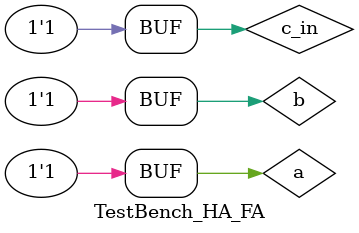
<source format=v>
module TestBench_HA_FA;
    reg a, b, c_in;
    wire s, c_out;

    FAwithHA uud (
        .a(a), .b(b), .carry_in(c_in),
        .sum(s), .carry_out(c_out)
    );

    initial begin
        $monitor(
            "Time: %0t | a=%b | b=%b | c_in=%b | sum=%b | carry=%b",
            $time,
            a, b, c_in,
            s, c_out
        );

        $dumpfile("./op/FullAdderwithHalfAdder.vcd");
        $dumpvars(0, TestBench_HA_FA);

        a = 0; b = 0; c_in = 0; #10;
        a = 0; b = 0; c_in = 1; #10;
        a = 0; b = 1; c_in = 0; #10;
        a = 0; b = 1; c_in = 1; #10;
        a = 1; b = 0; c_in = 0; #10;
        a = 1; b = 0; c_in = 1; #10;
        a = 1; b = 1; c_in = 0; #10;
        a = 1; b = 1; c_in = 1; #10;
    end

endmodule


</source>
